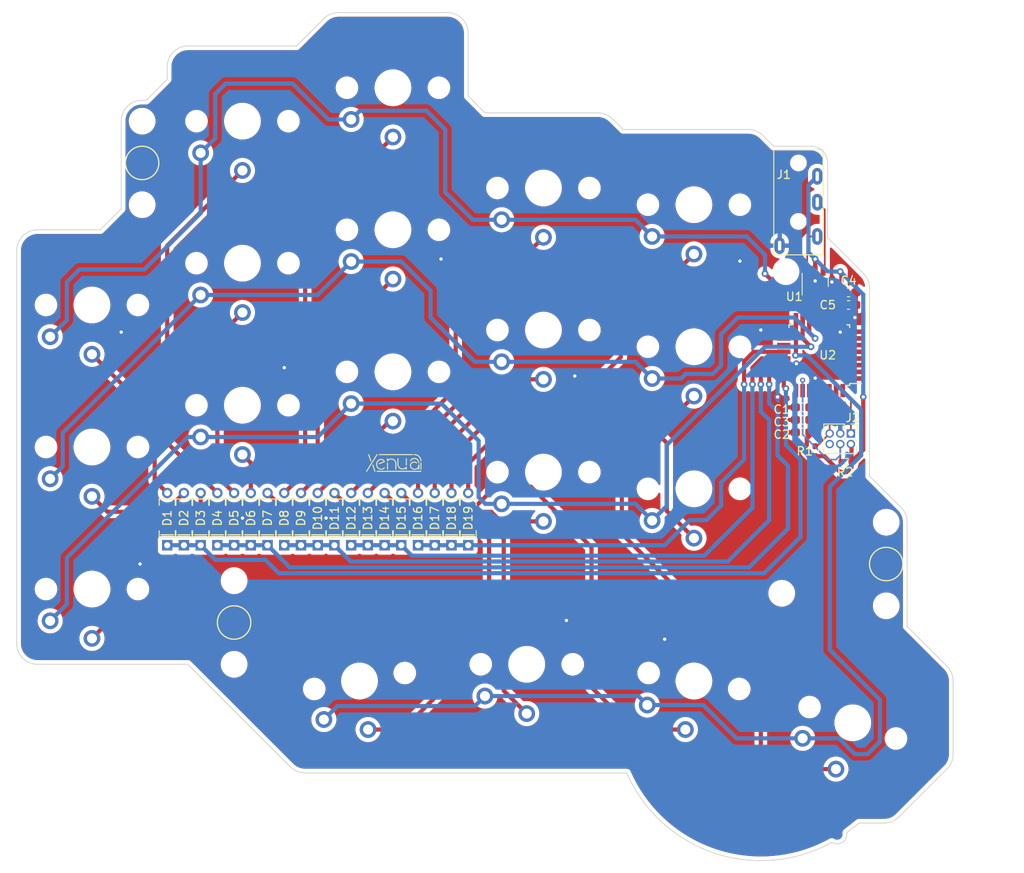
<source format=kicad_pcb>
(kicad_pcb (version 20211014) (generator pcbnew)

  (general
    (thickness 1.6)
  )

  (paper "A4")
  (layers
    (0 "F.Cu" signal)
    (31 "B.Cu" signal)
    (32 "B.Adhes" user "B.Adhesive")
    (33 "F.Adhes" user "F.Adhesive")
    (34 "B.Paste" user)
    (35 "F.Paste" user)
    (36 "B.SilkS" user "B.Silkscreen")
    (37 "F.SilkS" user "F.Silkscreen")
    (38 "B.Mask" user)
    (39 "F.Mask" user)
    (40 "Dwgs.User" user "User.Drawings")
    (41 "Cmts.User" user "User.Comments")
    (42 "Eco1.User" user "User.Eco1")
    (43 "Eco2.User" user "User.Eco2")
    (44 "Edge.Cuts" user)
    (45 "Margin" user)
    (46 "B.CrtYd" user "B.Courtyard")
    (47 "F.CrtYd" user "F.Courtyard")
    (48 "B.Fab" user)
    (49 "F.Fab" user)
    (50 "User.1" user)
    (51 "User.2" user)
    (52 "User.3" user)
    (53 "User.4" user)
    (54 "User.5" user)
    (55 "User.6" user)
    (56 "User.7" user)
    (57 "User.8" user)
    (58 "User.9" user)
  )

  (setup
    (stackup
      (layer "F.SilkS" (type "Top Silk Screen"))
      (layer "F.Paste" (type "Top Solder Paste"))
      (layer "F.Mask" (type "Top Solder Mask") (thickness 0.01))
      (layer "F.Cu" (type "copper") (thickness 0.035))
      (layer "dielectric 1" (type "core") (thickness 1.51) (material "FR4") (epsilon_r 4.5) (loss_tangent 0.02))
      (layer "B.Cu" (type "copper") (thickness 0.035))
      (layer "B.Mask" (type "Bottom Solder Mask") (thickness 0.01))
      (layer "B.Paste" (type "Bottom Solder Paste"))
      (layer "B.SilkS" (type "Bottom Silk Screen"))
      (copper_finish "None")
      (dielectric_constraints no)
    )
    (pad_to_mask_clearance 0)
    (pcbplotparams
      (layerselection 0x00010fc_ffffffff)
      (disableapertmacros false)
      (usegerberextensions false)
      (usegerberattributes true)
      (usegerberadvancedattributes true)
      (creategerberjobfile true)
      (svguseinch false)
      (svgprecision 6)
      (excludeedgelayer true)
      (plotframeref false)
      (viasonmask false)
      (mode 1)
      (useauxorigin false)
      (hpglpennumber 1)
      (hpglpenspeed 20)
      (hpglpendiameter 15.000000)
      (dxfpolygonmode true)
      (dxfimperialunits true)
      (dxfusepcbnewfont true)
      (psnegative false)
      (psa4output false)
      (plotreference true)
      (plotvalue true)
      (plotinvisibletext false)
      (sketchpadsonfab false)
      (subtractmaskfromsilk false)
      (outputformat 1)
      (mirror false)
      (drillshape 1)
      (scaleselection 1)
      (outputdirectory "")
    )
  )

  (net 0 "")
  (net 1 "GND")
  (net 2 "Net-(C1-Pad2)")
  (net 3 "+3V3")
  (net 4 "C_PINKY")
  (net 5 "Net-(D1-Pad2)")
  (net 6 "Net-(D2-Pad2)")
  (net 7 "Net-(D3-Pad2)")
  (net 8 "C_RING")
  (net 9 "Net-(D4-Pad2)")
  (net 10 "Net-(D5-Pad2)")
  (net 11 "Net-(D6-Pad2)")
  (net 12 "Net-(D7-Pad2)")
  (net 13 "C_MIDDLE")
  (net 14 "Net-(D8-Pad2)")
  (net 15 "Net-(D9-Pad2)")
  (net 16 "Net-(D10-Pad2)")
  (net 17 "Net-(D11-Pad2)")
  (net 18 "C_INDEX")
  (net 19 "Net-(D12-Pad2)")
  (net 20 "Net-(D13-Pad2)")
  (net 21 "Net-(D14-Pad2)")
  (net 22 "Net-(D15-Pad2)")
  (net 23 "C_INNER")
  (net 24 "Net-(D16-Pad2)")
  (net 25 "Net-(D17-Pad2)")
  (net 26 "Net-(D18-Pad2)")
  (net 27 "Net-(D19-Pad2)")
  (net 28 "/SWDIO")
  (net 29 "/RST")
  (net 30 "/SWCLK")
  (net 31 "unconnected-(J2-Pad6)")
  (net 32 "R_TOP")
  (net 33 "R_HOME")
  (net 34 "R_BOTTOM")
  (net 35 "R_THUMB")
  (net 36 "/SDA")
  (net 37 "Net-(J1-PadR2)")
  (net 38 "Net-(J1-PadR1)")
  (net 39 "unconnected-(U2-Pad1)")
  (net 40 "unconnected-(U2-Pad2)")
  (net 41 "unconnected-(U2-Pad3)")
  (net 42 "unconnected-(U2-Pad4)")
  (net 43 "unconnected-(U2-Pad5)")
  (net 44 "unconnected-(U2-Pad6)")
  (net 45 "unconnected-(U2-Pad7)")
  (net 46 "unconnected-(U2-Pad8)")
  (net 47 "/SCL")
  (net 48 "unconnected-(U2-Pad25)")
  (net 49 "unconnected-(U2-Pad27)")
  (net 50 "unconnected-(U2-Pad17)")
  (net 51 "unconnected-(U2-Pad18)")
  (net 52 "unconnected-(U2-Pad19)")

  (footprint "Resistor_SMD:R_0402_1005Metric_Pad0.72x0.64mm_HandSolder" (layer "F.Cu") (at 224.25 79.75))

  (footprint "MountingHole:MountingHole_2.2mm_M2_DIN965" (layer "F.Cu") (at 140 39))

  (footprint "mbk:Choc-1u-solder" (layer "F.Cu") (at 170 52))

  (footprint "mbk:Choc-1u-solder" (layer "F.Cu") (at 206 66))

  (footprint "mbk:Choc-1u-solder" (layer "F.Cu") (at 225 111 -20))

  (footprint "1N4148:DIOAD829W49L456D191" (layer "F.Cu") (at 173 86.5 90))

  (footprint "mbk:Choc-1u-solder" (layer "F.Cu") (at 152 39))

  (footprint "1N4148:DIOAD829W49L456D191" (layer "F.Cu") (at 169 86.5 90))

  (footprint "mbk:Choc-1u-solder" (layer "F.Cu") (at 152 73))

  (footprint "Package_QFP:TQFP-32_7x7mm_P0.8mm" (layer "F.Cu") (at 221 67 180))

  (footprint "Capacitor_SMD:C_0603_1608Metric_Pad1.08x0.95mm_HandSolder" (layer "F.Cu") (at 224.5 59.5))

  (footprint "mbk:Choc-1u-solder" (layer "F.Cu") (at 188 64))

  (footprint "mbk:Choc-1u-solder" (layer "F.Cu") (at 166 106 10))

  (footprint "MountingHole:MountingHole_2.2mm_M2_DIN965" (layer "F.Cu") (at 151 94))

  (footprint "mbk:Choc-1u-solder" (layer "F.Cu") (at 188 47))

  (footprint "1N4148:DIOAD829W49L456D191" (layer "F.Cu") (at 147 86.5 90))

  (footprint "mbk:Choc-1u-solder" (layer "F.Cu") (at 188 81))

  (footprint "Package_TO_SOT_SMD:SOT-23-6" (layer "F.Cu") (at 220.5 58 90))

  (footprint "MountingHole:MountingHole_2.2mm_M2_DIN965" (layer "F.Cu") (at 217 57))

  (footprint "MountingHole:MountingHole_2.2mm_M2_DIN965" (layer "F.Cu") (at 151 104))

  (footprint "1N4148:DIOAD829W49L456D191" (layer "F.Cu") (at 163 86.5 90))

  (footprint "MountingHole:MountingHole_2.2mm_M2_DIN965" (layer "F.Cu") (at 140 49))

  (footprint "1N4148:DIOAD829W49L456D191" (layer "F.Cu") (at 179 86.5 90))

  (footprint "pj320a:Jack_3.5mm_PJ320A_Horizontal" (layer "F.Cu") (at 218.5 44 -90))

  (footprint "mbk:Choc-1u-solder" (layer "F.Cu") (at 152 56))

  (footprint "MountingHole:MountingHole_2.2mm_M2_DIN965" (layer "F.Cu") (at 229 87))

  (footprint "xenua:sig" (layer "F.Cu") (at 166.845 80.905167))

  (footprint "1N4148:DIOAD829W49L456D191" (layer "F.Cu") (at 161 86.5 90))

  (footprint "Capacitor_SMD:C_0603_1608Metric_Pad1.08x0.95mm_HandSolder" (layer "F.Cu") (at 219 76.25 180))

  (footprint "mbk:Choc-1u-solder" (layer "F.Cu") (at 134 61))

  (footprint "MountingHole:MountingHole_2.2mm_M2_DIN965" (layer "F.Cu") (at 229 97))

  (footprint "Capacitor_SMD:C_0603_1608Metric_Pad1.08x0.95mm_HandSolder" (layer "F.Cu") (at 224.5 61))

  (footprint "1N4148:DIOAD829W49L456D191" (layer "F.Cu") (at 155 86.5 90))

  (footprint "1N4148:DIOAD829W49L456D191" (layer "F.Cu") (at 165 86.5 90))

  (footprint "Capacitor_SMD:C_0603_1608Metric_Pad1.08x0.95mm_HandSolder" (layer "F.Cu") (at 219 73.25))

  (footprint "mbk:Choc-1u-solder" (layer "F.Cu") (at 206 106 -10))

  (footprint "mbk:Choc-1u-solder" (layer "F.Cu") (at 134 95))

  (footprint "Connector_PinHeader_1.27mm:PinHeader_2x03_P1.27mm_Vertical" (layer "F.Cu") (at 224.775 76.375 -90))

  (footprint "1N4148:DIOAD829W49L456D191" (layer "F.Cu") (at 175 86.5 90))

  (footprint "mbk:Choc-1u-solder" (layer "F.Cu") (at 186 104))

  (footprint "mbk:Choc-1u-solder" (layer "F.Cu") (at 206 83))

  (footprint "mbk:Choc-1u-solder" (layer "F.Cu") (at 206 49))

  (footprint "1N4148:DIOAD829W49L456D191" (layer "F.Cu") (at 159 86.5 90))

  (footprint "mbk:Choc-1u-solder" (layer "F.Cu") (at 170 69))

  (footprint "1N4148:DIOAD829W49L456D191" (layer "F.Cu") (at 177 86.5 90))

  (footprint "1N4148:DIOAD829W49L456D191" (layer "F.Cu") (at 171 86.5 90))

  (footprint "mbk:Choc-1u-solder" (layer "F.Cu") (at 170 35))

  (footprint "Capacitor_SMD:C_0603_1608Metric_Pad1.08x0.95mm_HandSolder" (layer "F.Cu") (at 219 74.75 180))

  (footprint "1N4148:DIOAD829W49L456D191" (layer "F.Cu")
    (tedit 6235BD20) (tstamp dbf3a1f0-3ae6-4098-8304-356079c23da8)
    (at 151 86.5 90)
    (property "Sheetfile" "lefthand.kicad_sch")
    (property "Sheetname" "")
    (path "/b27c7fab-8289-4ef5-a70e-3a3e9584c5b3")
    (attr through_hole)
    (fp_text reference "D5" (at 0 0 90) (layer "F.SilkS")
      (effects (font (size 1.000102 1.000102) (thickness 0.15)))
      (tstamp 9ad58e9b-2820-4dc5-a5e4-ca5c01c490ff)
    )
    (fp_text value "D22" (at 0 2 90) (layer "F.Fab")
      (effects (font (size 1.001921 1.001921) (thickness 0.15)))
      (tstamp 56791047-0c80-4cd8-9282-934f668ff0bd)
    )
    (fp_line (start -2.28 -0.96) (end -2.28 0) (layer "F.SilkS") (width 0.127) (tstamp 06ff03ba-3844-4c8a-bfdd-43ff54640623))
    (fp_line (start -2.28 0.96) (end -1.52 0.96) (layer "F.SilkS") (width 0.127) (tstamp 0fb1c80d-d75d-4950-98fe-c4458bf1a81d))
    (fp_line (start 1.52 -0.96) (end 2.28 -0.96) (layer "F.SilkS") (width 0.127) (tstamp 178cbf16-edb2-4f11-aeae-f38b15af9812))
    (fp_line (start -2.28 0) (end -2.28 0.95) (layer "F.SilkS") (width 0.127) (tstamp 69acfdc4-3cb3-4dd7-947f-5c8d42f548a4))
    (fp_line (start -2.28 -0.96) (end -1.52 -0.96) (layer "F.SilkS") (width 0.127) (tstamp 6bf8b7b7-01b9-455e-b0fb-49e7b9f621f4))
    (fp_line (start 2.28 -0.95) (end 2.28 0) (layer "F.SilkS") (width 0.127) (tstamp 8899cd26-411d-42d3-b063-0181c294da89))
    (fp_line (start -2 -0.75) (end -2 0.75) (layer "F.SilkS") (width 0.12) (tstamp a9a26951-6b1a-4220-b2c3-a4789a018d0a))
    (fp_line (start 1.52 0.96) (end 2.28 0.96) (layer "F.SilkS") (width 0.127) (tstamp cde0387d-e84f-4107-b176-4e8b32c98e84))
    (fp_line (start 2.28 0) (end 2.28 0.96) (layer "F.SilkS") (width 0.127) (tstamp eab0f4ef-6df6-4b98-a3c3-73c8876ffd45))
    (fp_line (start -2.53 1) (end -2.53 0.815) (layer "F.CrtYd") (width 0.05) (tstamp 05d229b1-efe9-4da2-a376-f1ac260e668c))
    (fp_line (start -2.53 -1) (end 2.53 -1) (layer "F.CrtYd") (width 0.05) (tstamp 142674ff-649d-4412-b4c6-009a8c6fbefc))
    (fp_line (start -2.5
... [1265513 chars truncated]
</source>
